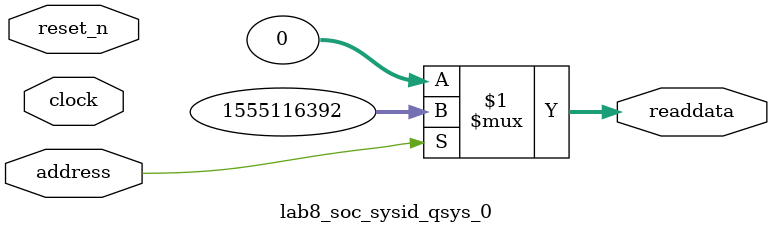
<source format=v>



// synthesis translate_off
`timescale 1ns / 1ps
// synthesis translate_on

// turn off superfluous verilog processor warnings 
// altera message_level Level1 
// altera message_off 10034 10035 10036 10037 10230 10240 10030 

module lab8_soc_sysid_qsys_0 (
               // inputs:
                address,
                clock,
                reset_n,

               // outputs:
                readdata
             )
;

  output  [ 31: 0] readdata;
  input            address;
  input            clock;
  input            reset_n;

  wire    [ 31: 0] readdata;
  //control_slave, which is an e_avalon_slave
  assign readdata = address ? 1555116392 : 0;

endmodule



</source>
